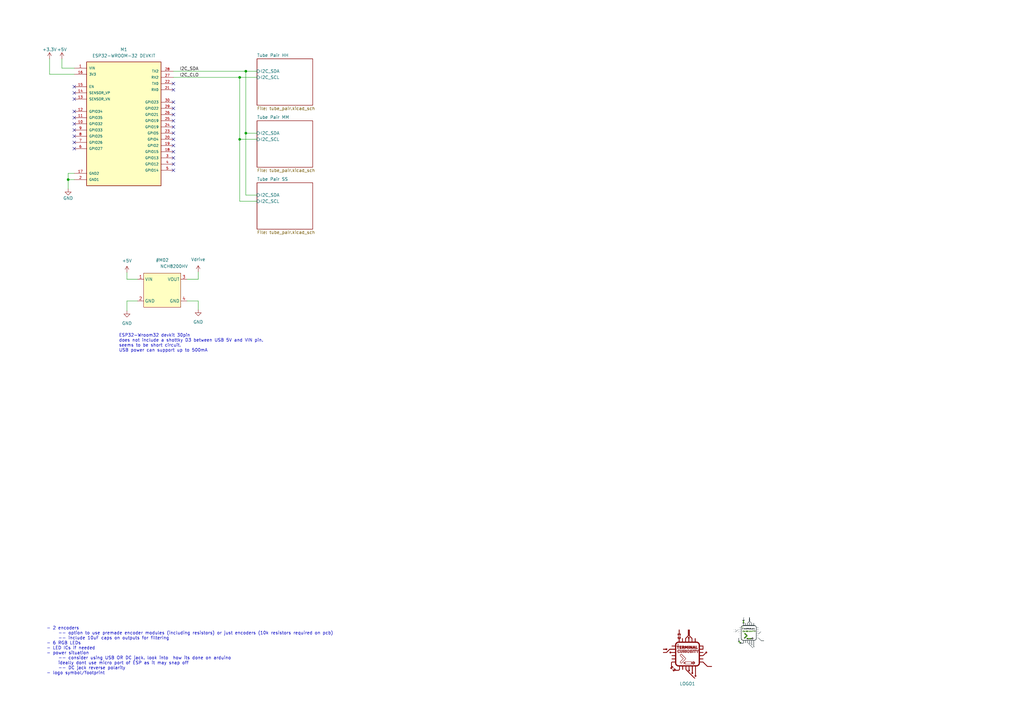
<source format=kicad_sch>
(kicad_sch (version 20211123) (generator eeschema)
  (paper "A3")
  (title_block (title "NixieClock") (rev "01") (company "Terminal Curiosity"))
  (lib_symbols
    (symbol "TerminalCuriosityLogo:LOGO" (pin_names (offset 1.016)))
    (symbol "TerminalCuriositySymbols:ESP32-WROOM-32 DEVKIT" (pin_names (offset 1.016))
      (property "Reference" "M" (at 1.27 52.07 0))
      (property "Value" "ESP32-WROOM-32 DEVKIT" (at 1.27 -2.54 0))
      (symbol "ESP32-WROOM-32 DEVKIT_0_0"
        (pin power_in line (at -5.08 48.26 0) (length 5) (name "VIN") (number "1"))
        (pin bidirectional line (at -5.08 25.4 0) (length 5) (name "GPIO32") (number "10"))
        (pin bidirectional line (at -5.08 27.94 0) (length 5) (name "GPIO35") (number "11"))
        (pin bidirectional line (at -5.08 30.48 0) (length 5) (name "GPIO34") (number "12"))
        (pin input line (at -5.08 35.56 0) (length 5) (name "SENSOR_VN") (number "13"))
        (pin input line (at -5.08 38.1 0) (length 5) (name "SENSOR_VP") (number "14"))
        (pin input line (at -5.08 40.64 0) (length 5) (name "EN") (number "15"))
        (pin power_out line (at -5.08 45.72 0) (length 5) (name "3V3") (number "16"))
        (pin power_in line (at -5.08 5.08 0) (length 5) (name "GND2") (number "17"))
        (pin bidirectional line (at 35.56 13.97 180) (length 5) (name "GPIO15") (number "18"))
        (pin bidirectional line (at 35.56 16.51 180) (length 5) (name "GPIO2") (number "19"))
        (pin power_in line (at -5.08 2.54 0) (length 5) (name "GND1") (number "2"))
        (pin bidirectional line (at 35.56 19.05 180) (length 5) (name "GPIO4") (number "20"))
        (pin bidirectional line (at 35.56 39.37 180) (length 5) (name "RX0") (number "21"))
        (pin bidirectional line (at 35.56 41.91 180) (length 5) (name "TX0") (number "22"))
        (pin bidirectional line (at 35.56 21.59 180) (length 5) (name "GPIO5") (number "23"))
        (pin bidirectional line (at 35.56 24.13 180) (length 5) (name "GPIO19") (number "24"))
        (pin bidirectional line (at 35.56 26.67 180) (length 5) (name "GPIO19") (number "25"))
        (pin bidirectional line (at 35.56 29.21 180) (length 5) (name "GPIO21") (number "26"))
        (pin bidirectional line (at 35.56 44.45 180) (length 5) (name "RX2") (number "27"))
        (pin bidirectional line (at 35.56 46.99 180) (length 5) (name "TX2") (number "28"))
        (pin bidirectional line (at 35.56 31.75 180) (length 5) (name "GPIO22") (number "29"))
        (pin bidirectional line (at 35.56 11.43 180) (length 5) (name "GPIO13") (number "3"))
        (pin bidirectional line (at 35.56 34.29 180) (length 5) (name "GPIO23") (number "30"))
        (pin bidirectional line (at 35.56 8.89 180) (length 5) (name "GPIO12") (number "4"))
        (pin bidirectional line (at 35.56 6.35 180) (length 5) (name "GPIO14") (number "5"))
        (pin bidirectional line (at -5.08 15.24 0) (length 5) (name "GPIO27") (number "6"))
        (pin bidirectional line (at -5.08 17.78 0) (length 5) (name "GPIO26") (number "7"))
        (pin bidirectional line (at -5.08 20.32 0) (length 5) (name "GPIO25") (number "8"))
        (pin bidirectional line (at -5.08 22.86 0) (length 5) (name "GPIO33") (number "9"))
      )
    )
    (symbol "TerminalCuriositySymbols:NCH8200HV" (power) (in_bom no) (on_board no)
      (property "Reference" "M?" (at 0 19.05 0))
      (property "Value" "NCH8200HV" (at 0 16.51 0))
      (symbol "NCH8200HV_1_1"
        (pin power_in line (at -2.54 11.43 0) (length 2.54) (name "VIN") (number "1"))
        (pin passive line (at -2.54 2.54 0) (length 2.54) (name "GND") (number "2"))
        (pin power_out line (at 17.78 11.43 180) (length 2.54) (name "VOUT") (number "3"))
        (pin passive line (at 17.78 2.54 180) (length 2.54) (name "GND") (number "4"))
      )
    )
    (symbol "power:+3.3V" (power) (pin_names (offset 0))
      (property "Value" "+3.3V" (at 0 3.556 0))
      (symbol "+3.3V_1_1"
        (pin power_in line (at 0 0 90) (length 0) hide (name "+3.3V") (number "1"))
      )
    )
    (symbol "power:+5V" (power) (pin_names (offset 0))
      (property "Value" "+5V" (at 0 3.556 0))
      (symbol "+5V_1_1"
        (pin power_in line (at 0 0 90) (length 0) hide (name "+5V") (number "1"))
      )
    )
    (symbol "power:GND" (power) (pin_names (offset 0))
      (property "Value" "GND" (at 0 -3.81 0))
      (symbol "GND_1_1"
        (pin power_in line (at 0 0 270) (length 0) hide (name "GND") (number "1"))
      )
    )
    (symbol "power:Vdrive" (power) (pin_names (offset 0))
      (property "Value" "Vdrive" (at 0 3.81 0))
      (symbol "Vdrive_1_1"
        (pin power_in line (at 0 0 90) (length 0) hide (name "Vdrive") (number "1"))
      )
    )
  )
  (junction (at 100.838 29.21))
  (junction (at 100.838 54.61))
  (junction (at 27.94 73.66))
  (junction (at 98.298 31.75))
  (junction (at 98.298 57.15))
  (no_connect (at 30.48 35.56))
  (no_connect (at 30.48 40.64))
  (no_connect (at 71.12 67.31))
  (no_connect (at 71.12 64.77))
  (no_connect (at 30.48 53.34))
  (no_connect (at 71.12 69.85))
  (no_connect (at 71.12 46.99))
  (no_connect (at 71.12 57.15))
  (no_connect (at 71.12 49.53))
  (no_connect (at 71.12 36.83))
  (no_connect (at 30.48 48.26))
  (no_connect (at 30.48 45.72))
  (no_connect (at 30.48 58.42))
  (no_connect (at 71.12 62.23))
  (no_connect (at 71.12 41.91))
  (no_connect (at 30.48 50.8))
  (no_connect (at 30.48 60.96))
  (no_connect (at 71.12 34.29))
  (no_connect (at 30.48 38.1))
  (no_connect (at 71.12 52.07))
  (no_connect (at 30.48 55.88))
  (no_connect (at 71.12 54.61))
  (no_connect (at 71.12 44.45))
  (no_connect (at 71.12 59.69))
  (wire (pts (xy 98.298 31.75) (xy 98.298 57.15)))
  (wire (pts (xy 100.838 54.61) (xy 105.41 54.61)))
  (wire (pts (xy 25.4 27.94) (xy 25.4 24.13)))
  (wire (pts (xy 27.94 73.66) (xy 30.48 73.66)))
  (wire (pts (xy 81.28 114.554) (xy 81.28 111.506)))
  (wire (pts (xy 71.12 29.21) (xy 100.838 29.21)))
  (wire (pts (xy 27.94 71.12) (xy 27.94 73.66)))
  (wire (pts (xy 52.07 114.554) (xy 52.07 111.76)))
  (wire (pts (xy 81.28 123.444) (xy 81.28 127)))
  (wire (pts (xy 76.708 123.444) (xy 81.28 123.444)))
  (wire (pts (xy 76.708 114.554) (xy 81.28 114.554)))
  (wire (pts (xy 20.32 30.48) (xy 20.32 24.13)))
  (wire (pts (xy 98.298 31.75) (xy 105.41 31.75)))
  (wire (pts (xy 98.298 82.55) (xy 105.41 82.55)))
  (wire (pts (xy 100.838 54.61) (xy 100.838 80.01)))
  (wire (pts (xy 52.07 123.444) (xy 56.388 123.444)))
  (wire (pts (xy 98.298 57.15) (xy 98.298 82.55)))
  (wire (pts (xy 27.94 73.66) (xy 27.94 77.47)))
  (wire (pts (xy 100.838 80.01) (xy 105.41 80.01)))
  (wire (pts (xy 30.48 30.48) (xy 20.32 30.48)))
  (wire (pts (xy 100.838 29.21) (xy 100.838 54.61)))
  (wire (pts (xy 98.298 57.15) (xy 105.41 57.15)))
  (wire (pts (xy 100.838 29.21) (xy 105.41 29.21)))
  (wire (pts (xy 30.48 27.94) (xy 25.4 27.94)))
  (wire (pts (xy 71.12 31.75) (xy 98.298 31.75)))
  (wire (pts (xy 30.48 71.12) (xy 27.94 71.12)))
  (wire (pts (xy 56.388 114.554) (xy 52.07 114.554)))
  (wire (pts (xy 52.07 127.508) (xy 52.07 123.444)))
  (image (at 307.086 259.588) (scale 0.0295758))
  (text "- 2 encoders\n	-- option to use premade encoder modules (including resistors) or just encoders (10k resistors required on pcb)\n	-- include 10uF caps on outputs for filtering\n- 6 RGB LEDs \n- LED ICs if needed\n- power situation\n	-- consider using USB OR DC jack. look into  how its done on arduino\n	ideally dont use micro port of ESP as it may snap off\n	-- DC jack reverse polarity\n- logo symbol/footprint\n" (at 19.05 276.86 0) (effects (font (size 1.27 1.27)) (justify left bottom)))
  (text "ESP32-Wroom32 devkit 30pin \ndoes not include a shottky D3 between USB 5V and VIN pin. \nseems to be short circuit.\nUSB power can support up to 500mA " (at 48.768 144.526 0) (effects (font (size 1.27 1.27)) (justify left bottom)))
  (label "I2C_SDA" (at 73.66 29.21 0))
  (label "I2C_CLO" (at 73.66 31.75 0))
  (symbol (lib_id "power:GND") (at 52.07 127.508 0) (unit 1)
    (property "Reference" "#PWR0106" (effects hide))
    (property "Value" "GND" (at 52.07 132.588 0))
  )
  (symbol (lib_id "power:+5V") (at 25.4 24.13 0) (unit 1)
    (property "Reference" "#PWR0102" (effects hide))
    (property "Value" "+5V" (at 25.4 20.32 0))
  )
  (symbol (lib_id "power:GND") (at 81.28 127 0) (unit 1)
    (property "Reference" "#PWR0107" (effects hide))
    (property "Value" "GND" (at 81.28 132.08 0))
  )
  (symbol (lib_id "TerminalCuriosityLogo:LOGO") (at 281.94 268.224 0) (unit 1)
    (property "Reference" "LOGO1" (at 281.94 280.416 0))
    (property "Value" "LOGO" (effects hide))
  )
  (symbol (lib_id "power:Vdrive") (at 81.28 111.506 0) (unit 1)
    (property "Reference" "#PWR0105" (effects hide))
    (property "Value" "Vdrive" (at 81.28 106.426 0))
  )
  (symbol (lib_id "power:+3.3V") (at 20.32 24.13 0) (unit 1)
    (property "Reference" "#PWR0101" (effects hide))
    (property "Value" "+3.3V" (at 20.32 20.32 0))
  )
  (symbol (lib_id "TerminalCuriositySymbols:ESP32-WROOM-32 DEVKIT") (at 35.56 76.2 0) (unit 1)
    (property "Reference" "M1" (at 50.8 20.32 0))
    (property "Value" "ESP32-WROOM-32 DEVKIT" (at 50.8 22.86 0))
    (property "Footprint" "TerminalCuriosityFootprints:MODULE_ESP32-DEVKITC-32D" (effects hide))
    (property "SNAPEDA_PN" "ESP32-DEVKITC-32D" (effects hide))
    (property "STANDARD" "Manufacturer Recommendations" (effects hide))
    (property "MAXIMUM_PACKAGE_HEIGHT" "N/A" (effects hide))
    (property "PARTREV" "V4" (effects hide))
    (property "MANUFACTURER" "Espressif Systems" (effects hide))
  )
  (symbol (lib_id "power:GND") (at 27.94 77.47 0) (unit 1)
    (property "Reference" "#PWR0104" (effects hide))
    (property "Value" "GND" (at 27.94 81.28 0))
  )
  (symbol (lib_id "power:+5V") (at 52.07 111.76 0) (unit 1)
    (property "Reference" "#PWR0103" (effects hide))
    (property "Value" "+5V" (at 52.07 106.934 0))
  )
  (symbol (lib_id "TerminalCuriositySymbols:NCH8200HV") (at 58.928 125.984 0) (unit 1) (in_bom no) (on_board no)
    (property "Reference" "#M02" (at 66.548 106.68 0))
    (property "Value" "NCH8200HV" (at 71.374 109.22 0))
    (property "Footprint" "TerminalCuriosityFootprints:NCH8200HV" (effects hide))
  )
  (sheet (at 105.41 24.13) (size 22.86 19.05) (stroke (width 0.1524))
    (property "Sheet name" "Tube Pair HH" (at 105.41 23.4184 0) (effects (justify left bottom)))
    (property "Sheet file" "tube_pair.kicad_sch" (at 105.41 43.7646 0) (effects (justify left top)))
    (pin "I2C_SCL" input (at 105.41 31.75 180))
    (pin "I2C_SDA" input (at 105.41 29.21 180))
  )
  (sheet (at 105.41 74.93) (size 22.86 19.05) (stroke (width 0.1524))
    (property "Sheet name" "Tube Pair SS" (at 105.41 74.2184 0) (effects (justify left bottom)))
    (property "Sheet file" "tube_pair.kicad_sch" (at 105.41 94.5646 0) (effects (justify left top)))
    (pin "I2C_SCL" input (at 105.41 82.55 180))
    (pin "I2C_SDA" input (at 105.41 80.01 180))
  )
  (sheet (at 105.41 49.53) (size 22.86 19.05) (stroke (width 0.1524))
    (property "Sheet name" "Tube Pair MM" (at 105.41 48.8184 0) (effects (justify left bottom)))
    (property "Sheet file" "tube_pair.kicad_sch" (at 105.41 69.1646 0) (effects (justify left top)))
    (pin "I2C_SCL" input (at 105.41 57.15 180))
    (pin "I2C_SDA" input (at 105.41 54.61 180))
  )
)
</source>
